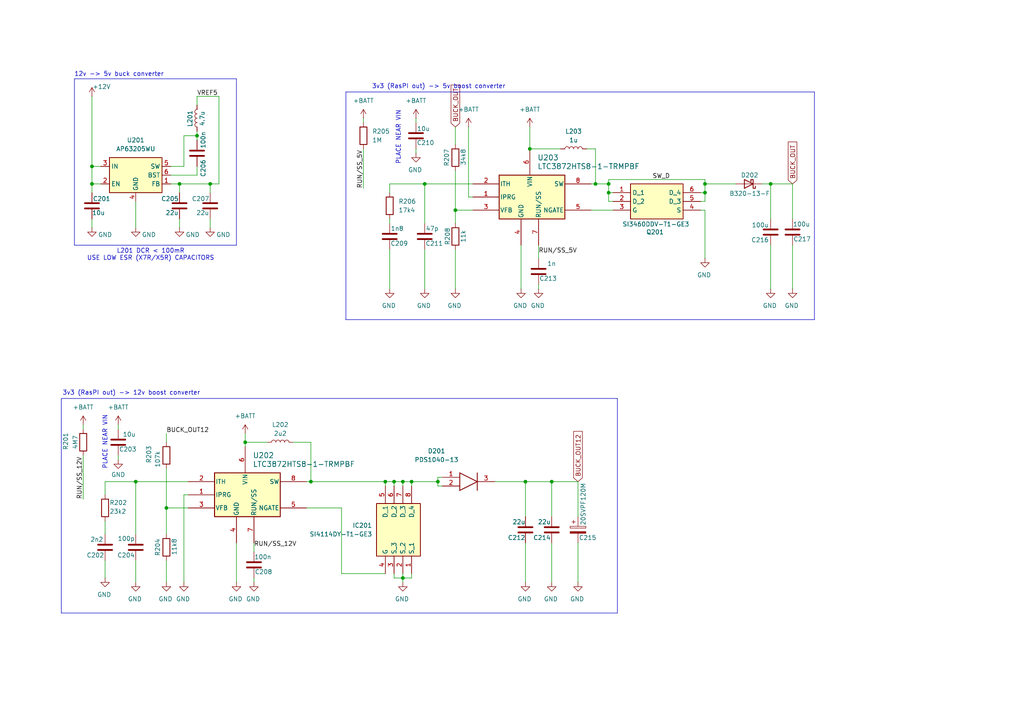
<source format=kicad_sch>
(kicad_sch (version 20231120) (generator "eeschema") (generator_version "8.0")
  (paper "A4")
  (lib_symbols
    (symbol "+12V_1" (power) (pin_numbers hide) (pin_names (offset 0) hide)
      (property "Value" "+12V" (at 0 3.556 0))
      (symbol "+12V_1_0_1"
        (polyline (pts (xy -0.762 1.27) (xy 0 2.54)))
        (polyline (pts (xy 0 0) (xy 0 2.54)))
        (polyline (pts (xy 0 2.54) (xy 0.762 1.27)))
      )
      (symbol "+12V_1_1_1"
        (pin power_in line (at 0 0 90) (length 0) (name "~") (number "1"))
      )
    )
    (symbol "Device:C" (pin_numbers hide) (pin_names (offset 0.254))
      (property "Reference" "C" (at 0.635 2.54 0))
      (property "Value" "C" (at 0.635 -2.54 0))
      (symbol "C_0_1"
        (polyline (pts (xy -2.032 -0.762) (xy 2.032 -0.762)) (stroke (width 0.508)))
        (polyline (pts (xy -2.032 0.762) (xy 2.032 0.762)) (stroke (width 0.508)))
      )
      (symbol "C_1_1"
        (pin passive line (at 0 3.81 270) (length 2.794) (name "~") (number "1"))
        (pin passive line (at 0 -3.81 90) (length 2.794) (name "~") (number "2"))
      )
    )
    (symbol "Device:C_Polarized" (pin_numbers hide) (pin_names (offset 0.254))
      (property "Reference" "C" (at 0.635 2.54 0))
      (property "Value" "C_Polarized" (at 0.635 -2.54 0))
      (symbol "C_Polarized_0_1"
        (rectangle (start -2.286 0.508) (end 2.286 1.016))
        (polyline (pts (xy -1.778 2.286) (xy -0.762 2.286)))
        (polyline (pts (xy -1.27 2.794) (xy -1.27 1.778)))
        (rectangle (start 2.286 -0.508) (end -2.286 -1.016) (fill (type outline)))
      )
      (symbol "C_Polarized_1_1"
        (pin passive line (at 0 3.81 270) (length 2.794) (name "~") (number "1"))
        (pin passive line (at 0 -3.81 90) (length 2.794) (name "~") (number "2"))
      )
    )
    (symbol "Device:D_Schottky" (pin_numbers hide) (pin_names (offset 1.016) hide)
      (property "Reference" "D" (at 0 2.54 0))
      (property "Value" "D_Schottky" (at 0 -2.54 0))
      (symbol "D_Schottky_0_1"
        (polyline (pts (xy 1.27 0) (xy -1.27 0)))
        (polyline (pts (xy 1.27 1.27) (xy 1.27 -1.27) (xy -1.27 0) (xy 1.27 1.27)) (stroke (width 0.254)))
        (polyline (pts (xy -1.905 0.635) (xy -1.905 1.27) (xy -1.27 1.27) (xy -1.27 -1.27) (xy -0.635 -1.27) (xy -0.635 -0.635)) (stroke (width 0.254)))
      )
      (symbol "D_Schottky_1_1"
        (pin passive line (at -3.81 0 0) (length 2.54) (name "K") (number "1"))
        (pin passive line (at 3.81 0 180) (length 2.54) (name "A") (number "2"))
      )
    )
    (symbol "Device:L" (pin_numbers hide) (pin_names (offset 1.016) hide)
      (property "Reference" "L" (at -1.27 0 90))
      (property "Value" "L" (at 1.905 0 90))
      (symbol "L_0_1"
        (arc (start 0 -2.54) (mid 0.6323 -1.905) (end 0 -1.27))
        (arc (start 0 -1.27) (mid 0.6323 -0.635) (end 0 0))
        (arc (start 0 0) (mid 0.6323 0.635) (end 0 1.27))
        (arc (start 0 1.27) (mid 0.6323 1.905) (end 0 2.54))
      )
      (symbol "L_1_1"
        (pin passive line (at 0 3.81 270) (length 1.27) (name "1") (number "1"))
        (pin passive line (at 0 -3.81 90) (length 1.27) (name "2") (number "2"))
      )
    )
    (symbol "Device:R" (pin_numbers hide) (pin_names (offset 0))
      (property "Reference" "R" (at 2.032 0 90))
      (property "Value" "R" (at 0 0 90))
      (symbol "R_0_1"
        (rectangle (start -1.016 -2.54) (end 1.016 2.54) (stroke (width 0.254)))
      )
      (symbol "R_1_1"
        (pin passive line (at 0 3.81 270) (length 1.27) (name "~") (number "1"))
        (pin passive line (at 0 -3.81 90) (length 1.27) (name "~") (number "2"))
      )
    )
    (symbol "GND_1" (power) (pin_numbers hide) (pin_names (offset 0) hide)
      (property "Value" "GND" (at 0 -3.81 0))
      (symbol "GND_1_0_1"
        (polyline (pts (xy 0 0) (xy 0 -1.27) (xy 1.27 -1.27) (xy 0 -2.54) (xy -1.27 -1.27) (xy 0 -1.27)))
      )
      (symbol "GND_1_1_1"
        (pin power_in line (at 0 0 270) (length 0) (name "~") (number "1"))
      )
    )
    (symbol "LTC3872HTS8-1-TRMPBF_1" (pin_names (offset 0.254))
      (property "Reference" "U" (at 2.286 -18.796 0))
      (property "Value" "LTC3872HTS8-1-TRMPBF" (at 2.286 -21.336 0))
      (symbol "LTC3872HTS8-1-TRMPBF_1_0_1"
        (pin input line (at 3.81 -34.29 0) (length 7.62) (name "VFB") (number "3"))
        (pin power_out line (at 17.78 -44.45 90) (length 7.62) (name "GND") (number "4"))
        (pin power_in line (at 20.32 -16.51 270) (length 7.62) (name "VIN") (number "6"))
      )
      (symbol "LTC3872HTS8-1-TRMPBF_1_1_1"
        (rectangle (start 11.43 -24.13) (end 30.48 -36.83) (stroke (width 0.3)) (fill (type color) (color 255 255 194 1)))
        (pin input line (at 3.81 -30.48 0) (length 7.62) (name "IPRG") (number "1"))
        (pin input line (at 3.81 -26.67 0) (length 7.62) (name "ITH") (number "2"))
        (pin output line (at 38.1 -34.29 180) (length 7.62) (name "NGATE") (number "5"))
        (pin input line (at 22.86 -44.45 90) (length 7.62) (name "RUN/SS") (number "7"))
        (pin output line (at 38.1 -26.67 180) (length 7.62) (name "SW") (number "8"))
      )
    )
    (symbol "LTC3872HTS8-1-TRMPBF_2" (pin_names (offset 0.254))
      (property "Reference" "U" (at 2.286 -18.796 0))
      (property "Value" "LTC3872HTS8-1-TRMPBF" (at 2.286 -21.336 0))
      (symbol "LTC3872HTS8-1-TRMPBF_2_0_1"
        (pin input line (at 3.81 -34.29 0) (length 7.62) (name "VFB") (number "3"))
        (pin power_out line (at 17.78 -44.45 90) (length 7.62) (name "GND") (number "4"))
        (pin power_in line (at 20.32 -16.51 270) (length 7.62) (name "VIN") (number "6"))
      )
      (symbol "LTC3872HTS8-1-TRMPBF_2_1_1"
        (rectangle (start 11.43 -24.13) (end 30.48 -36.83) (stroke (width 0.3)) (fill (type color) (color 255 255 194 1)))
        (pin input line (at 3.81 -30.48 0) (length 7.62) (name "IPRG") (number "1"))
        (pin input line (at 3.81 -26.67 0) (length 7.62) (name "ITH") (number "2"))
        (pin output line (at 38.1 -34.29 180) (length 7.62) (name "NGATE") (number "5"))
        (pin input line (at 22.86 -44.45 90) (length 7.62) (name "RUN/SS") (number "7"))
        (pin output line (at 38.1 -26.67 180) (length 7.62) (name "SW") (number "8"))
      )
    )
    (symbol "PDS1040-13:PDS1040-13" (pin_names hide)
      (property "Reference" "D203" (at 17.399 10.16 0))
      (property "Value" "PDS1040-13" (at 17.399 7.62 0))
      (symbol "PDS1040-13_1_1"
        (polyline (pts (xy 24.13 3.81) (xy 24.13 -1.27)) (stroke (width 0.254)))
        (polyline (pts (xy 24.13 3.81) (xy 29.21 1.27)) (stroke (width 0.254)))
        (polyline (pts (xy 29.21 1.27) (xy 24.13 -1.27)) (stroke (width 0.254)))
        (polyline (pts (xy 29.21 3.81) (xy 29.21 -1.27)) (stroke (width 0.254)))
        (pin passive line (at 19.05 2.54 0) (length 5.08) (name "A1") (number "1"))
        (pin passive line (at 19.05 0 0) (length 5.08) (name "A2") (number "2"))
        (pin passive line (at 34.29 1.27 180) (length 5.08) (name "K") (number "3"))
      )
    )
    (symbol "Regulator_Switching:AP63205WU"
      (property "Reference" "U" (at -7.62 6.35 0))
      (property "Value" "AP63205WU" (at 2.54 6.35 0))
      (symbol "AP63205WU_0_1"
        (rectangle (start -7.62 5.08) (end 7.62 -5.08) (stroke (width 0.254)) (fill (type background)))
      )
      (symbol "AP63205WU_1_1"
        (pin input line (at 10.16 -2.54 180) (length 2.54) (name "FB") (number "1"))
        (pin input line (at -10.16 -2.54 0) (length 2.54) (name "EN") (number "2"))
        (pin power_in line (at -10.16 2.54 0) (length 2.54) (name "IN") (number "3"))
        (pin power_in line (at 0 -7.62 90) (length 2.54) (name "GND") (number "4"))
        (pin output line (at 10.16 2.54 180) (length 2.54) (name "SW") (number "5"))
        (pin passive line (at 10.16 0 180) (length 2.54) (name "BST") (number "6"))
      )
    )
    (symbol "SI3460DDV-T1-GE3:SI3460DDV-T1-GE3"
      (property "Reference" "Q" (at 21.59 7.62 0))
      (property "Value" "SI3460DDV-T1-GE3" (at 21.59 5.08 0))
      (symbol "SI3460DDV-T1-GE3_1_1"
        (rectangle (start 5.08 2.54) (end 20.32 -7.62) (stroke (width 0.254)) (fill (type background)))
        (pin passive line (at 0 0 0) (length 5.08) (name "D_1") (number "1"))
        (pin passive line (at 0 -2.54 0) (length 5.08) (name "D_2") (number "2"))
        (pin passive line (at 0 -5.08 0) (length 5.08) (name "G") (number "3"))
        (pin passive line (at 25.4 -5.08 180) (length 5.08) (name "S") (number "4"))
        (pin passive line (at 25.4 -2.54 180) (length 5.08) (name "D_3") (number "5"))
        (pin passive line (at 25.4 0 180) (length 5.08) (name "D_4") (number "6"))
      )
    )
    (symbol "SI4114DY-T1-GE3:SI4114DY-T1-GE3"
      (property "Reference" "IC" (at 21.59 7.62 0))
      (property "Value" "SI4114DY-T1-GE3" (at 21.59 5.08 0))
      (symbol "SI4114DY-T1-GE3_1_1"
        (rectangle (start 5.08 2.54) (end 20.32 -10.16) (stroke (width 0.254)) (fill (type background)))
        (pin passive line (at 0 0 0) (length 5.08) (name "S_1") (number "1"))
        (pin passive line (at 0 -2.54 0) (length 5.08) (name "S_2") (number "2"))
        (pin passive line (at 0 -5.08 0) (length 5.08) (name "S_3") (number "3"))
        (pin passive line (at 0 -7.62 0) (length 5.08) (name "G") (number "4"))
        (pin passive line (at 25.4 -7.62 180) (length 5.08) (name "D_1") (number "5"))
        (pin passive line (at 25.4 -5.08 180) (length 5.08) (name "D_2") (number "6"))
        (pin passive line (at 25.4 -2.54 180) (length 5.08) (name "D_3") (number "7"))
        (pin passive line (at 25.4 0 180) (length 5.08) (name "D_4") (number "8"))
      )
    )
    (symbol "power:+BATT" (power) (pin_numbers hide) (pin_names (offset 0) hide)
      (property "Value" "+BATT" (at 0 3.556 0))
      (symbol "+BATT_0_1"
        (polyline (pts (xy -0.762 1.27) (xy 0 2.54)))
        (polyline (pts (xy 0 0) (xy 0 2.54)))
        (polyline (pts (xy 0 2.54) (xy 0.762 1.27)))
      )
      (symbol "+BATT_1_1"
        (pin power_in line (at 0 0 90) (length 0) (name "~") (number "1"))
      )
    )
  )
  (junction (at 152.4 139.7))
  (junction (at 26.67 48.26))
  (junction (at 39.37 139.7))
  (junction (at 52.07 53.34))
  (junction (at 204.47 53.34))
  (junction (at 204.47 55.88))
  (junction (at 127 139.7))
  (junction (at 119.38 139.7))
  (junction (at 60.96 53.34))
  (junction (at 160.02 139.7))
  (junction (at 132.08 60.96))
  (junction (at 57.15 39.37))
  (junction (at 114.3 139.7))
  (junction (at 172.72 53.34))
  (junction (at 176.53 53.34))
  (junction (at 26.67 53.34))
  (junction (at 176.53 55.88))
  (junction (at 153.67 43.18))
  (junction (at 111.76 139.7))
  (junction (at 123.19 53.34))
  (junction (at 223.52 53.34))
  (junction (at 116.84 139.7))
  (junction (at 48.26 147.32))
  (junction (at 71.12 128.27))
  (junction (at 90.17 139.7))
  (junction (at 116.84 167.64))
  (wire (pts (xy 119.38 139.7) (xy 127 139.7)))
  (wire (pts (xy 223.52 71.12) (xy 223.52 83.82)))
  (wire (pts (xy 152.4 139.7) (xy 160.02 139.7)))
  (polyline (pts (xy 68.58 71.12) (xy 68.58 22.86)))
  (wire (pts (xy 99.06 166.37) (xy 99.06 147.32)))
  (wire (pts (xy 63.5 27.94) (xy 63.5 53.34)))
  (wire (pts (xy 53.34 143.51) (xy 54.61 143.51)))
  (wire (pts (xy 111.76 139.7) (xy 114.3 139.7)))
  (polyline (pts (xy 21.59 22.86) (xy 21.59 71.12)))
  (wire (pts (xy 111.76 139.7) (xy 111.76 140.97)))
  (wire (pts (xy 176.53 58.42) (xy 176.53 55.88)))
  (wire (pts (xy 88.9 147.32) (xy 99.06 147.32)))
  (wire (pts (xy 57.15 27.94) (xy 57.15 30.48)))
  (polyline (pts (xy 100.33 26.67) (xy 236.22 26.67)))
  (wire (pts (xy 156.21 71.12) (xy 156.21 74.93)))
  (wire (pts (xy 176.53 52.07) (xy 204.47 52.07)))
  (wire (pts (xy 223.52 53.34) (xy 229.87 53.34)))
  (wire (pts (xy 116.84 167.64) (xy 116.84 168.91)))
  (wire (pts (xy 203.2 58.42) (xy 204.47 58.42)))
  (wire (pts (xy 153.67 43.18) (xy 162.56 43.18)))
  (wire (pts (xy 39.37 58.42) (xy 39.37 66.04)))
  (wire (pts (xy 127 139.7) (xy 127 140.97)))
  (wire (pts (xy 152.4 157.48) (xy 152.4 168.91)))
  (wire (pts (xy 177.8 58.42) (xy 176.53 58.42)))
  (wire (pts (xy 204.47 60.96) (xy 203.2 60.96)))
  (wire (pts (xy 123.19 53.34) (xy 137.16 53.34)))
  (wire (pts (xy 88.9 139.7) (xy 90.17 139.7)))
  (wire (pts (xy 39.37 162.56) (xy 39.37 168.91)))
  (wire (pts (xy 123.19 53.34) (xy 123.19 64.77)))
  (wire (pts (xy 160.02 157.48) (xy 160.02 168.91)))
  (wire (pts (xy 176.53 53.34) (xy 176.53 55.88)))
  (wire (pts (xy 172.72 43.18) (xy 172.72 53.34)))
  (wire (pts (xy 132.08 36.83) (xy 132.08 41.91)))
  (wire (pts (xy 156.21 82.55) (xy 156.21 83.82)))
  (wire (pts (xy 160.02 139.7) (xy 167.64 139.7)))
  (wire (pts (xy 57.15 48.26) (xy 57.15 50.8)))
  (wire (pts (xy 132.08 60.96) (xy 137.16 60.96)))
  (wire (pts (xy 114.3 139.7) (xy 114.3 140.97)))
  (wire (pts (xy 113.03 63.5) (xy 113.03 64.77)))
  (wire (pts (xy 49.53 48.26) (xy 53.34 48.26)))
  (wire (pts (xy 114.3 139.7) (xy 116.84 139.7)))
  (wire (pts (xy 57.15 39.37) (xy 57.15 40.64)))
  (wire (pts (xy 71.12 125.73) (xy 71.12 128.27)))
  (wire (pts (xy 63.5 53.34) (xy 60.96 53.34)))
  (wire (pts (xy 52.07 53.34) (xy 60.96 53.34)))
  (polyline (pts (xy 179.07 177.8) (xy 179.07 115.57)))
  (wire (pts (xy 30.48 162.56) (xy 30.48 167.64)))
  (wire (pts (xy 34.29 123.19) (xy 34.29 124.46)))
  (wire (pts (xy 26.67 53.34) (xy 26.67 48.26)))
  (wire (pts (xy 123.19 72.39) (xy 123.19 83.82)))
  (wire (pts (xy 204.47 74.93) (xy 204.47 60.96)))
  (wire (pts (xy 120.65 34.29) (xy 120.65 35.56)))
  (wire (pts (xy 204.47 53.34) (xy 204.47 55.88)))
  (wire (pts (xy 116.84 167.64) (xy 114.3 167.64)))
  (wire (pts (xy 71.12 128.27) (xy 71.12 129.54)))
  (wire (pts (xy 167.64 139.7) (xy 167.64 149.86)))
  (wire (pts (xy 60.96 53.34) (xy 60.96 55.88)))
  (wire (pts (xy 26.67 48.26) (xy 29.21 48.26)))
  (wire (pts (xy 132.08 49.53) (xy 132.08 60.96)))
  (wire (pts (xy 105.41 34.29) (xy 105.41 35.56)))
  (polyline (pts (xy 17.78 115.57) (xy 179.07 115.57)))
  (wire (pts (xy 172.72 53.34) (xy 176.53 53.34)))
  (wire (pts (xy 116.84 166.37) (xy 116.84 167.64)))
  (wire (pts (xy 24.13 132.08) (xy 24.13 144.78)))
  (wire (pts (xy 49.53 50.8) (xy 57.15 50.8)))
  (wire (pts (xy 53.34 39.37) (xy 53.34 48.26)))
  (wire (pts (xy 127 139.7) (xy 127 138.43)))
  (wire (pts (xy 57.15 38.1) (xy 57.15 39.37)))
  (wire (pts (xy 111.76 166.37) (xy 99.06 166.37)))
  (wire (pts (xy 90.17 128.27) (xy 90.17 139.7)))
  (wire (pts (xy 30.48 151.13) (xy 30.48 154.94)))
  (wire (pts (xy 119.38 167.64) (xy 119.38 166.37)))
  (wire (pts (xy 229.87 53.34) (xy 229.87 63.5)))
  (wire (pts (xy 113.03 72.39) (xy 113.03 83.82)))
  (wire (pts (xy 153.67 36.83) (xy 153.67 43.18)))
  (polyline (pts (xy 236.22 92.71) (xy 236.22 26.67)))
  (wire (pts (xy 135.89 57.15) (xy 137.16 57.15)))
  (polyline (pts (xy 100.33 92.71) (xy 236.22 92.71)))
  (wire (pts (xy 113.03 55.88) (xy 113.03 53.34)))
  (wire (pts (xy 204.47 52.07) (xy 204.47 53.34)))
  (wire (pts (xy 152.4 139.7) (xy 152.4 149.86)))
  (wire (pts (xy 48.26 162.56) (xy 48.26 168.91)))
  (wire (pts (xy 116.84 139.7) (xy 116.84 140.97)))
  (wire (pts (xy 26.67 63.5) (xy 26.67 66.04)))
  (wire (pts (xy 120.65 44.45) (xy 120.65 43.18)))
  (wire (pts (xy 119.38 139.7) (xy 119.38 140.97)))
  (wire (pts (xy 170.18 43.18) (xy 172.72 43.18)))
  (wire (pts (xy 114.3 167.64) (xy 114.3 166.37)))
  (wire (pts (xy 105.41 43.18) (xy 105.41 54.61)))
  (wire (pts (xy 229.87 71.12) (xy 229.87 83.82)))
  (wire (pts (xy 52.07 53.34) (xy 52.07 55.88)))
  (wire (pts (xy 53.34 39.37) (xy 57.15 39.37)))
  (wire (pts (xy 48.26 154.94) (xy 48.26 147.32)))
  (wire (pts (xy 49.53 53.34) (xy 52.07 53.34)))
  (wire (pts (xy 204.47 53.34) (xy 213.36 53.34)))
  (polyline (pts (xy 100.33 26.67) (xy 100.33 92.71)))
  (wire (pts (xy 68.58 157.48) (xy 68.58 168.91)))
  (wire (pts (xy 116.84 139.7) (xy 119.38 139.7)))
  (wire (pts (xy 30.48 143.51) (xy 30.48 139.7)))
  (wire (pts (xy 176.53 55.88) (xy 177.8 55.88)))
  (wire (pts (xy 34.29 133.35) (xy 34.29 132.08)))
  (wire (pts (xy 53.34 143.51) (xy 53.34 168.91)))
  (wire (pts (xy 48.26 147.32) (xy 54.61 147.32)))
  (wire (pts (xy 204.47 58.42) (xy 204.47 55.88)))
  (wire (pts (xy 73.66 167.64) (xy 73.66 168.91)))
  (wire (pts (xy 116.84 167.64) (xy 119.38 167.64)))
  (wire (pts (xy 30.48 139.7) (xy 39.37 139.7)))
  (polyline (pts (xy 17.78 115.57) (xy 17.78 177.8)))
  (wire (pts (xy 167.64 157.48) (xy 167.64 168.91)))
  (wire (pts (xy 57.15 27.94) (xy 63.5 27.94)))
  (wire (pts (xy 48.26 125.73) (xy 48.26 128.27)))
  (wire (pts (xy 71.12 128.27) (xy 77.47 128.27)))
  (wire (pts (xy 26.67 27.94) (xy 26.67 48.26)))
  (wire (pts (xy 171.45 53.34) (xy 172.72 53.34)))
  (wire (pts (xy 151.13 71.12) (xy 151.13 83.82)))
  (wire (pts (xy 113.03 53.34) (xy 123.19 53.34)))
  (wire (pts (xy 171.45 60.96) (xy 177.8 60.96)))
  (wire (pts (xy 48.26 135.89) (xy 48.26 147.32)))
  (wire (pts (xy 220.98 53.34) (xy 223.52 53.34)))
  (wire (pts (xy 132.08 60.96) (xy 132.08 64.77)))
  (wire (pts (xy 24.13 123.19) (xy 24.13 124.46)))
  (polyline (pts (xy 21.59 71.12) (xy 68.58 71.12)))
  (wire (pts (xy 52.07 63.5) (xy 52.07 66.04)))
  (wire (pts (xy 135.89 36.83) (xy 135.89 57.15)))
  (wire (pts (xy 60.96 63.5) (xy 60.96 66.04)))
  (wire (pts (xy 39.37 139.7) (xy 54.61 139.7)))
  (wire (pts (xy 26.67 53.34) (xy 29.21 53.34)))
  (wire (pts (xy 85.09 128.27) (xy 90.17 128.27)))
  (wire (pts (xy 176.53 52.07) (xy 176.53 53.34)))
  (wire (pts (xy 73.66 157.48) (xy 73.66 160.02)))
  (wire (pts (xy 39.37 139.7) (xy 39.37 154.94)))
  (polyline (pts (xy 17.78 177.8) (xy 179.07 177.8)))
  (wire (pts (xy 204.47 55.88) (xy 203.2 55.88)))
  (polyline (pts (xy 21.59 22.86) (xy 68.58 22.86)))
  (wire (pts (xy 90.17 139.7) (xy 111.76 139.7)))
  (wire (pts (xy 127 138.43) (xy 128.27 138.43)))
  (wire (pts (xy 143.51 139.7) (xy 152.4 139.7)))
  (wire (pts (xy 132.08 72.39) (xy 132.08 83.82)))
  (wire (pts (xy 127 140.97) (xy 128.27 140.97)))
  (wire (pts (xy 26.67 55.88) (xy 26.67 53.34)))
  (wire (pts (xy 160.02 139.7) (xy 160.02 149.86)))
  (wire (pts (xy 223.52 53.34) (xy 223.52 63.5)))
  (text "12v -> 5v buck converter" (at 34.544 21.59 0) (effects (font (size 1.27 1.27))))
  (text "PLACE NEAR VIN" (at 30.48 128.27 90) (effects (font (size 1.27 1.27))))
  (text "3v3 (RasPI out) -> 5v boost converter" (at 127.254 25.146 0) (effects (font (size 1.27 1.27))))
  (text "PLACE NEAR VIN" (at 115.57 39.878 90) (effects (font (size 1.27 1.27))))
  (text "L201 DCR < 100mR\nUSE LOW ESR (X7R/X5R) CAPACITORS" (at 43.688 73.914 0) (effects (font (size 1.27 1.27))))
  (text "3v3 (RasPI out) -> 12v boost converter" (at 38.1 114.046 0) (effects (font (size 1.27 1.27))))
  (label "VREF5" (at 57.15 27.94 0))
  (label "RUN{slash}SS_5V" (at 105.41 54.61 90))
  (label "RUN{slash}SS_12V" (at 73.66 158.75 0))
  (label "RUN{slash}SS_12V" (at 24.13 144.78 90))
  (label "BUCK_OUT12" (at 48.26 125.73 0))
  (label "RUN{slash}SS_5V" (at 156.21 73.66 0))
  (label "SW_D" (at 189.23 52.07 0))
  (global_label "BUCK_OUT12" (shape input) (at 167.64 139.7 90) (property "Intersheetrefs" "${INTERSHEET_REFS}" (effects (hide yes))))
  (global_label "BUCK_OUT" (shape input) (at 132.08 36.83 90) (property "Intersheetrefs" "${INTERSHEET_REFS}" (effects (hide yes))))
  (global_label "BUCK_OUT" (shape input) (at 229.87 53.34 90) (property "Intersheetrefs" "${INTERSHEET_REFS}" (effects (hide yes))))
  (symbol (lib_id "power:+BATT") (at 105.41 34.29 0) (unit 1)
    (property "Reference" "#PWR0216" (effects (hide yes)))
    (property "Value" "+BATT" (at 105.41 29.21 0))
    (property "Description" "Power symbol creates a global label with name \"+BATT\"" (effects (hide yes)))
  )
  (symbol (lib_name "GND_1") (lib_id "power:GND") (at 132.08 83.82 0) (unit 1)
    (property "Reference" "#PWR0222" (effects (hide yes)))
    (property "Value" "GND" (at 131.826 88.646 0))
    (property "Description" "Power symbol creates a global label with name \"GND\" , ground" (effects (hide yes)))
  )
  (symbol (lib_id "Device:C") (at 73.66 163.83 0) (unit 1)
    (property "Reference" "C208" (at 78.994 165.862 0) (effects (justify right)))
    (property "Value" "100n" (at 78.74 161.544 0) (effects (justify right)))
    (property "Footprint" "Capacitor_SMD:C_0805_2012Metric" (effects (hide yes)))
    (property "Description" "100n X7R 25V 0402" (effects (hide yes)))
    (property "Generic" "Yes" (effects (hide yes)))
    (property "Supplier link" "~ " (effects (hide yes)))
  )
  (symbol (lib_name "GND_1") (lib_id "power:GND") (at 156.21 83.82 0) (unit 1)
    (property "Reference" "#PWR0227" (effects (hide yes)))
    (property "Value" "GND" (at 155.956 88.646 0))
    (property "Description" "Power symbol creates a global label with name \"GND\" , ground" (effects (hide yes)))
  )
  (symbol (lib_id "Device:R") (at 24.13 128.27 180) (unit 1)
    (property "Reference" "R201" (at 19.05 130.556 90) (effects (justify right)))
    (property "Value" "4M7" (at 21.844 130.302 90) (effects (justify right)))
    (property "Footprint" "Resistor_SMD:R_0805_2012Metric" (effects (hide yes)))
    (property "Description" "10K OHM 1% 1/16W 0402" (effects (hide yes)))
    (property "Supplier link" "~ " (effects (hide yes)))
    (property "Generic" "Yes" (effects (hide yes)))
    (property "Manufacturer_Name" "~ " (effects (hide yes)))
    (property "Manufacturer_Part_Number" "~ " (effects (hide yes)))
  )
  (symbol (lib_id "Regulator_Switching:AP63205WU") (at 39.37 50.8 0) (unit 1)
    (property "Reference" "U201" (at 39.37 40.64 0))
    (property "Value" "AP63205WU" (at 39.37 43.18 0))
    (property "Footprint" "Package_TO_SOT_SMD:TSOT-23-6" (effects (hide yes)))
    (property "Datasheet" "https://www.diodes.com/assets/Datasheets/AP63200-AP63201-AP63203-AP63205.pdf" (effects (hide yes)))
    (property "Description" "2A, 1.1MHz Buck DC/DC Converter, fixed 5.0V output voltage, TSOT-23-6" (effects (hide yes)))
  )
  (symbol (lib_id "Device:C") (at 30.48 158.75 0) (unit 1)
    (property "Reference" "C202" (at 30.226 161.036 0) (effects (justify right)))
    (property "Value" "2n2" (at 29.972 156.464 0) (effects (justify right)))
    (property "Footprint" "Capacitor_SMD:C_0805_2012Metric" (effects (hide yes)))
    (property "Description" "100n X7R 25V 0402" (effects (hide yes)))
    (property "Generic" "Yes" (effects (hide yes)))
    (property "Supplier link" "~ " (effects (hide yes)))
  )
  (symbol (lib_name "GND_1") (lib_id "power:GND") (at 30.48 167.64 0) (unit 1)
    (property "Reference" "#PWR0204" (effects (hide yes)))
    (property "Value" "GND" (at 30.226 172.466 0))
    (property "Description" "Power symbol creates a global label with name \"GND\" , ground" (effects (hide yes)))
  )
  (symbol (lib_id "Device:C") (at 223.52 67.31 0) (unit 1)
    (property "Reference" "C216" (at 223.012 69.596 0) (effects (justify right)))
    (property "Value" "100u" (at 223.012 65.278 0) (effects (justify right)))
    (property "Footprint" "Capacitor_SMD:C_0805_2012Metric" (effects (hide yes)))
    (property "Description" "100n X7R 25V 0402" (effects (hide yes)))
    (property "Generic" "Yes" (effects (hide yes)))
    (property "Supplier link" "~ " (effects (hide yes)))
  )
  (symbol (lib_id "power:+BATT") (at 135.89 36.83 0) (unit 1)
    (property "Reference" "#PWR0223" (effects (hide yes)))
    (property "Value" "+BATT" (at 135.89 31.75 0))
    (property "Description" "Power symbol creates a global label with name \"+BATT\"" (effects (hide yes)))
  )
  (symbol (lib_name "GND_1") (lib_id "power:GND") (at 116.84 168.91 0) (unit 1)
    (property "Reference" "#PWR0218" (effects (hide yes)))
    (property "Value" "GND" (at 116.586 173.736 0))
    (property "Description" "Power symbol creates a global label with name \"GND\" , ground" (effects (hide yes)))
  )
  (symbol (lib_name "GND_1") (lib_id "power:GND") (at 204.47 74.93 0) (unit 1)
    (property "Reference" "#PWR0230" (effects (hide yes)))
    (property "Value" "GND" (at 204.216 79.756 0))
    (property "Description" "Power symbol creates a global label with name \"GND\" , ground" (effects (hide yes)))
  )
  (symbol (lib_id "Device:C") (at 26.67 59.69 180) (unit 1)
    (property "Reference" "C201" (at 26.924 57.658 0) (effects (justify right)))
    (property "Value" "10u" (at 26.67 61.722 0) (effects (justify right)))
    (property "Footprint" "Capacitor_SMD:C_0805_2012Metric" (effects (hide yes)))
    (property "Description" "100n X7R 25V 0402" (effects (hide yes)))
    (property "Generic" "Yes" (effects (hide yes)))
    (property "Supplier link" "~ " (effects (hide yes)))
  )
  (symbol (lib_id "Device:C") (at 156.21 78.74 0) (unit 1)
    (property "Reference" "C213" (at 161.544 80.772 0) (effects (justify right)))
    (property "Value" "1n" (at 161.29 76.454 0) (effects (justify right)))
    (property "Footprint" "Capacitor_SMD:C_0805_2012Metric" (effects (hide yes)))
    (property "Description" "100n X7R 25V 0402" (effects (hide yes)))
    (property "Generic" "Yes" (effects (hide yes)))
    (property "Supplier link" "~ " (effects (hide yes)))
  )
  (symbol (lib_id "SI3460DDV-T1-GE3:SI3460DDV-T1-GE3") (at 177.8 55.88 0) (unit 1)
    (property "Reference" "Q201" (at 189.992 67.31 0))
    (property "Value" "SI3460DDV-T1-GE3" (at 190.246 65.024 0))
    (property "Footprint" "Package_SO:TSOP-6_1.65x3.05mm_P0.95mm" (effects (hide yes)))
    (property "Datasheet" "https://www.vishay.com/docs/66572/SI3460DD.pdf" (effects (hide yes)))
    (property "Description" "Vishay SI3460DDV-T1-GE3 N-channel MOSFET Transistor, 7.9 A, 20 V, 6-Pin TSOP" (effects (hide yes)))
    (property "Height" "1.1" (effects (hide yes)))
    (property "Mouser Part Number" "781-SI3460DDV-T1-GE3" (effects (hide yes)))
    (property "Mouser Price/Stock" "https://www.mouser.co.uk/ProductDetail/Vishay-Semiconductors/SI3460DDV-T1-GE3?qs=WX95TUc1y563k6nEQeunhA%3D%3D" (effects (hide yes)))
    (property "Manufacturer_Name" "Vishay" (effects (hide yes)))
    (property "Manufacturer_Part_Number" "SI3460DDV-T1-GE3" (effects (hide yes)))
  )
  (symbol (lib_id "Device:R") (at 105.41 39.37 180) (unit 1)
    (property "Reference" "R205" (at 107.95 38.0999 0) (effects (justify right)))
    (property "Value" "1M" (at 107.95 40.6399 0) (effects (justify right)))
    (property "Footprint" "Resistor_SMD:R_0805_2012Metric" (effects (hide yes)))
    (property "Description" "10K OHM 1% 1/16W 0402" (effects (hide yes)))
    (property "Supplier link" "~ " (effects (hide yes)))
    (property "Generic" "Yes" (effects (hide yes)))
    (property "Manufacturer_Name" "~ " (effects (hide yes)))
    (property "Manufacturer_Part_Number" "~ " (effects (hide yes)))
  )
  (symbol (lib_name "LTC3872HTS8-1-TRMPBF_1") (lib_id "2024-10-10_11-09-34:LTC3872HTS8-1-TRMPBF") (at 50.8 113.03 0) (unit 1)
    (property "Reference" "U202" (at 73.3141 132.08 0) (effects (font (size 1.524 1.524)) (justify left)))
    (property "Value" "LTC3872HTS8-1-TRMPBF" (at 73.3141 134.62 0) (effects (font (size 1.524 1.524)) (justify left)))
    (property "Footprint" "Package_TO_SOT_SMD:TSOT-23-8_HandSoldering" (effects (hide yes)))
    (property "Datasheet" "LTC3872HTS8-1-TRMPBF" (effects (hide yes)))
  )
  (symbol (lib_id "power:+BATT") (at 71.12 125.73 0) (unit 1)
    (property "Reference" "#PWR0214" (effects (hide yes)))
    (property "Value" "+BATT" (at 71.12 120.65 0))
    (property "Description" "Power symbol creates a global label with name \"+BATT\"" (effects (hide yes)))
  )
  (symbol (lib_name "GND_1") (lib_id "power:GND") (at 48.26 168.91 0) (unit 1)
    (property "Reference" "#PWR0209" (effects (hide yes)))
    (property "Value" "GND" (at 48.006 173.736 0))
    (property "Description" "Power symbol creates a global label with name \"GND\" , ground" (effects (hide yes)))
  )
  (symbol (lib_id "Device:C") (at 60.96 59.69 180) (unit 1)
    (property "Reference" "C207" (at 55.626 57.658 0) (effects (justify right)))
    (property "Value" "22u" (at 56.896 61.722 0) (effects (justify right)))
    (property "Footprint" "Capacitor_SMD:C_0805_2012Metric" (effects (hide yes)))
    (property "Description" "100n X7R 25V 0402" (effects (hide yes)))
    (property "Generic" "Yes" (effects (hide yes)))
    (property "Supplier link" "~ " (effects (hide yes)))
  )
  (symbol (lib_name "GND_1") (lib_id "power:GND") (at 53.34 168.91 0) (unit 1)
    (property "Reference" "#PWR0211" (effects (hide yes)))
    (property "Value" "GND" (at 53.086 173.736 0))
    (property "Description" "Power symbol creates a global label with name \"GND\" , ground" (effects (hide yes)))
  )
  (symbol (lib_name "GND_1") (lib_id "power:GND") (at 152.4 168.91 0) (unit 1)
    (property "Reference" "#PWR0225" (effects (hide yes)))
    (property "Value" "GND" (at 152.146 173.736 0))
    (property "Description" "Power symbol creates a global label with name \"GND\" , ground" (effects (hide yes)))
  )
  (symbol (lib_name "GND_1") (lib_id "power:GND") (at 167.64 168.91 0) (unit 1)
    (property "Reference" "#PWR0229" (effects (hide yes)))
    (property "Value" "GND" (at 167.386 173.736 0))
    (property "Description" "Power symbol creates a global label with name \"GND\" , ground" (effects (hide yes)))
  )
  (symbol (lib_name "GND_1") (lib_id "power:GND") (at 160.02 168.91 0) (unit 1)
    (property "Reference" "#PWR0228" (effects (hide yes)))
    (property "Value" "GND" (at 159.766 173.736 0))
    (property "Description" "Power symbol creates a global label with name \"GND\" , ground" (effects (hide yes)))
  )
  (symbol (lib_name "+12V_1") (lib_id "power:+12V") (at 26.67 27.94 0) (unit 1)
    (property "Reference" "#PWR0202" (effects (hide yes)))
    (property "Value" "+12V" (at 29.464 25.146 0))
    (property "Description" "Power symbol creates a global label with name \"+12V\"" (effects (hide yes)))
  )
  (symbol (lib_id "SI4114DY-T1-GE3:SI4114DY-T1-GE3") (at 119.38 166.37 270) (mirror x) (unit 1)
    (property "Reference" "IC201" (at 107.95 152.3999 90) (effects (justify right)))
    (property "Value" "SI4114DY-T1-GE3" (at 107.95 154.9399 90) (effects (justify right)))
    (property "Footprint" "Footprints:SOIC127P600X175-8N" (effects (hide yes)))
    (property "Datasheet" "https://www.vishay.com/docs/68394/si4114dy.pdf" (effects (hide yes)))
    (property "Description" "MOSFET 20V Vds 16V Vgs SO-8" (effects (hide yes)))
    (property "Height" "1.75" (effects (hide yes)))
    (property "Mouser Part Number" "781-SI4114DY-T1-GE3" (effects (hide yes)))
    (property "Mouser Price/Stock" "https://www.mouser.co.uk/ProductDetail/Vishay-Semiconductors/SI4114DY-T1-GE3?qs=IRuQNBqMOcnkGGhJN18fuQ%3D%3D" (effects (hide yes)))
    (property "Manufacturer_Name" "Vishay" (effects (hide yes)))
    (property "Manufacturer_Part_Number" "SI4114DY-T1-GE3" (effects (hide yes)))
  )
  (symbol (lib_name "GND_1") (lib_id "power:GND") (at 73.66 168.91 0) (unit 1)
    (property "Reference" "#PWR0215" (effects (hide yes)))
    (property "Value" "GND" (at 73.406 173.736 0))
    (property "Description" "Power symbol creates a global label with name \"GND\" , ground" (effects (hide yes)))
  )
  (symbol (lib_name "GND_1") (lib_id "power:GND") (at 120.65 44.45 0) (unit 1)
    (property "Reference" "#PWR0220" (effects (hide yes)))
    (property "Value" "GND" (at 120.396 49.276 0))
    (property "Description" "Power symbol creates a global label with name \"GND\" , ground" (effects (hide yes)))
  )
  (symbol (lib_name "GND_1") (lib_id "power:GND") (at 123.19 83.82 0) (unit 1)
    (property "Reference" "#PWR0221" (effects (hide yes)))
    (property "Value" "GND" (at 122.936 88.646 0))
    (property "Description" "Power symbol creates a global label with name \"GND\" , ground" (effects (hide yes)))
  )
  (symbol (lib_id "Device:C") (at 120.65 39.37 0) (unit 1)
    (property "Reference" "C210" (at 125.984 41.402 0) (effects (justify right)))
    (property "Value" "10u" (at 124.714 37.338 0) (effects (justify right)))
    (property "Footprint" "Capacitor_SMD:C_0805_2012Metric" (effects (hide yes)))
    (property "Description" "100n X7R 25V 0402" (effects (hide yes)))
    (property "Generic" "Yes" (effects (hide yes)))
    (property "Supplier link" "~ " (effects (hide yes)))
  )
  (symbol (lib_id "Device:R") (at 48.26 158.75 180) (unit 1)
    (property "Reference" "R204" (at 45.72 161.29 90) (effects (justify right)))
    (property "Value" "11k8" (at 50.546 161.036 90) (effects (justify right)))
    (property "Footprint" "Resistor_SMD:R_0805_2012Metric" (effects (hide yes)))
    (property "Description" "10K OHM 1% 1/16W 0402" (effects (hide yes)))
    (property "Supplier link" "~ " (effects (hide yes)))
    (property "Generic" "Yes" (effects (hide yes)))
    (property "Manufacturer_Name" "~ " (effects (hide yes)))
    (property "Manufacturer_Part_Number" "~ " (effects (hide yes)))
  )
  (symbol (lib_name "GND_1") (lib_id "power:GND") (at 113.03 83.82 0) (unit 1)
    (property "Reference" "#PWR0217" (effects (hide yes)))
    (property "Value" "GND" (at 112.776 88.646 0))
    (property "Description" "Power symbol creates a global label with name \"GND\" , ground" (effects (hide yes)))
  )
  (symbol (lib_id "Device:L") (at 166.37 43.18 90) (unit 1)
    (property "Reference" "L203" (at 166.37 38.1 90))
    (property "Value" "1u" (at 166.37 40.64 90))
    (property "Footprint" "Footprints:PA4341.102NLT" (effects (hide yes)))
    (property "Description" "Inductor" (effects (hide yes)))
  )
  (symbol (lib_name "GND_1") (lib_id "power:GND") (at 52.07 66.04 0) (unit 1)
    (property "Reference" "#PWR0210" (effects (hide yes)))
    (property "Value" "GND" (at 55.88 68.072 0))
    (property "Description" "Power symbol creates a global label with name \"GND\" , ground" (effects (hide yes)))
  )
  (symbol (lib_id "Device:C") (at 52.07 59.69 180) (unit 1)
    (property "Reference" "C205" (at 46.736 57.658 0) (effects (justify right)))
    (property "Value" "22u" (at 48.006 61.722 0) (effects (justify right)))
    (property "Footprint" "Capacitor_SMD:C_0805_2012Metric" (effects (hide yes)))
    (property "Description" "100n X7R 25V 0402" (effects (hide yes)))
    (property "Generic" "Yes" (effects (hide yes)))
    (property "Supplier link" "~ " (effects (hide yes)))
  )
  (symbol (lib_id "Device:R") (at 48.26 132.08 180) (unit 1)
    (property "Reference" "R203" (at 43.18 134.366 90) (effects (justify right)))
    (property "Value" "107k" (at 45.72 135.636 90) (effects (justify right)))
    (property "Footprint" "Resistor_SMD:R_0805_2012Metric" (effects (hide yes)))
    (property "Description" "10K OHM 1% 1/16W 0402" (effects (hide yes)))
    (property "Supplier link" "~ " (effects (hide yes)))
    (property "Generic" "Yes" (effects (hide yes)))
    (property "Manufacturer_Name" "~ " (effects (hide yes)))
    (property "Manufacturer_Part_Number" "~ " (effects (hide yes)))
  )
  (symbol (lib_name "GND_1") (lib_id "power:GND") (at 223.52 83.82 0) (unit 1)
    (property "Reference" "#PWR0231" (effects (hide yes)))
    (property "Value" "GND" (at 223.266 88.646 0))
    (property "Description" "Power symbol creates a global label with name \"GND\" , ground" (effects (hide yes)))
  )
  (symbol (lib_name "GND_1") (lib_id "power:GND") (at 39.37 66.04 0) (unit 1)
    (property "Reference" "#PWR0207" (effects (hide yes)))
    (property "Value" "GND" (at 43.18 68.072 0))
    (property "Description" "Power symbol creates a global label with name \"GND\" , ground" (effects (hide yes)))
  )
  (symbol (lib_id "Device:C") (at 229.87 67.31 0) (unit 1)
    (property "Reference" "C217" (at 235.204 69.342 0) (effects (justify right)))
    (property "Value" "100u" (at 234.95 65.024 0) (effects (justify right)))
    (property "Footprint" "Capacitor_SMD:C_0805_2012Metric" (effects (hide yes)))
    (property "Description" "100n X7R 25V 0402" (effects (hide yes)))
    (property "Generic" "Yes" (effects (hide yes)))
    (property "Supplier link" "~ " (effects (hide yes)))
  )
  (symbol (lib_id "Device:L") (at 81.28 128.27 90) (unit 1)
    (property "Reference" "L202" (at 81.28 123.19 90))
    (property "Value" "2u2" (at 81.28 125.73 90))
    (property "Footprint" "Footprints:DR125-2R2-R" (effects (hide yes)))
    (property "Description" "Inductor" (effects (hide yes)))
  )
  (symbol (lib_id "power:+BATT") (at 153.67 36.83 0) (unit 1)
    (property "Reference" "#PWR0226" (effects (hide yes)))
    (property "Value" "+BATT" (at 153.67 31.75 0))
    (property "Description" "Power symbol creates a global label with name \"+BATT\"" (effects (hide yes)))
  )
  (symbol (lib_id "Device:R") (at 132.08 45.72 180) (unit 1)
    (property "Reference" "R207" (at 129.54 48.26 90) (effects (justify right)))
    (property "Value" "34k8" (at 134.366 48.006 90) (effects (justify right)))
    (property "Footprint" "Resistor_SMD:R_0805_2012Metric" (effects (hide yes)))
    (property "Description" "10K OHM 1% 1/16W 0402" (effects (hide yes)))
    (property "Supplier link" "~ " (effects (hide yes)))
    (property "Generic" "Yes" (effects (hide yes)))
    (property "Manufacturer_Name" "~ " (effects (hide yes)))
    (property "Manufacturer_Part_Number" "~ " (effects (hide yes)))
  )
  (symbol (lib_id "Device:C_Polarized") (at 167.64 153.67 0) (unit 1)
    (property "Reference" "C215" (at 167.894 155.956 0) (effects (justify left)))
    (property "Value" "20SVPF120M" (at 169.164 152.4 90) (effects (justify left)))
    (property "Footprint" "Footprints:16SVF180M" (effects (hide yes)))
    (property "Description" "Polarized capacitor" (effects (hide yes)))
  )
  (symbol (lib_id "Device:R") (at 30.48 147.32 180) (unit 1)
    (property "Reference" "R202" (at 31.75 145.796 0) (effects (justify right)))
    (property "Value" "23k2" (at 31.75 148.336 0) (effects (justify right)))
    (property "Footprint" "Resistor_SMD:R_0805_2012Metric" (effects (hide yes)))
    (property "Description" "10K OHM 1% 1/16W 0402" (effects (hide yes)))
    (property "Supplier link" "~ " (effects (hide yes)))
    (property "Generic" "Yes" (effects (hide yes)))
    (property "Manufacturer_Name" "~ " (effects (hide yes)))
    (property "Manufacturer_Part_Number" "~ " (effects (hide yes)))
  )
  (symbol (lib_id "Device:C") (at 123.19 68.58 0) (unit 1)
    (property "Reference" "C211" (at 128.524 70.612 0) (effects (justify right)))
    (property "Value" "47p" (at 127.254 66.294 0) (effects (justify right)))
    (property "Footprint" "Capacitor_SMD:C_0805_2012Metric" (effects (hide yes)))
    (property "Description" "100n X7R 25V 0402" (effects (hide yes)))
    (property "Generic" "Yes" (effects (hide yes)))
    (property "Supplier link" "~ " (effects (hide yes)))
  )
  (symbol (lib_name "GND_1") (lib_id "power:GND") (at 68.58 168.91 0) (unit 1)
    (property "Reference" "#PWR0213" (effects (hide yes)))
    (property "Value" "GND" (at 68.326 173.736 0))
    (property "Description" "Power symbol creates a global label with name \"GND\" , ground" (effects (hide yes)))
  )
  (symbol (lib_id "PDS1040-13:PDS1040-13") (at 109.22 140.97 0) (unit 1)
    (property "Reference" "D201" (at 126.619 130.81 0))
    (property "Value" "PDS1040-13" (at 126.619 133.35 0))
    (property "Footprint" "Footprints:PDS104013" (effects (hide yes)))
    (property "Datasheet" "https://www.diodes.com//assets/Datasheets/PDS1040.pdf" (effects (hide yes)))
    (property "Description" "Diodes Inc PDS1040-13 SMT Schottky Diode, 40V 10A, 3-Pin PowerDI 5" (effects (hide yes)))
    (property "Height" "1.15" (effects (hide yes)))
    (property "Mouser Part Number" "621-PDS1040-13" (effects (hide yes)))
    (property "Mouser Price/Stock" "https://www.mouser.co.uk/ProductDetail/Diodes-Incorporated/PDS1040-13?qs=JV7lzlMm3yIIoUGcW9e7Dg%3D%3D" (effects (hide yes)))
    (property "Manufacturer_Name" "Diodes Incorporated" (effects (hide yes)))
    (property "Manufacturer_Part_Number" "PDS1040-13" (effects (hide yes)))
  )
  (symbol (lib_id "Device:D_Schottky") (at 217.17 53.34 180) (unit 1)
    (property "Reference" "D202" (at 217.424 50.8 0))
    (property "Value" "B320-13-F" (at 217.424 56.134 0))
    (property "Footprint" "Diode_SMD:D_SMC" (effects (hide yes)))
    (property "Description" "Schottky diode" (effects (hide yes)))
  )
  (symbol (lib_name "GND_1") (lib_id "power:GND") (at 39.37 168.91 0) (unit 1)
    (property "Reference" "#PWR0208" (effects (hide yes)))
    (property "Value" "GND" (at 39.116 173.736 0))
    (property "Description" "Power symbol creates a global label with name \"GND\" , ground" (effects (hide yes)))
  )
  (symbol (lib_id "Device:C") (at 113.03 68.58 0) (unit 1)
    (property "Reference" "C209" (at 118.364 70.612 0) (effects (justify right)))
    (property "Value" "1n8" (at 117.094 66.294 0) (effects (justify right)))
    (property "Footprint" "Capacitor_SMD:C_0805_2012Metric" (effects (hide yes)))
    (property "Description" "100n X7R 25V 0402" (effects (hide yes)))
    (property "Generic" "Yes" (effects (hide yes)))
    (property "Supplier link" "~ " (effects (hide yes)))
  )
  (symbol (lib_id "Device:C") (at 152.4 153.67 0) (unit 1)
    (property "Reference" "C212" (at 152.4 155.956 0) (effects (justify right)))
    (property "Value" "22u" (at 152.4 151.384 0) (effects (justify right)))
    (property "Footprint" "Capacitor_SMD:C_1210_3225Metric" (effects (hide yes)))
    (property "Description" "100n X7R 25V 0402" (effects (hide yes)))
    (property "Generic" "Yes" (effects (hide yes)))
    (property "Supplier link" "~ " (effects (hide yes)))
  )
  (symbol (lib_name "GND_1") (lib_id "power:GND") (at 229.87 83.82 0) (unit 1)
    (property "Reference" "#PWR0232" (effects (hide yes)))
    (property "Value" "GND" (at 229.616 88.646 0))
    (property "Description" "Power symbol creates a global label with name \"GND\" , ground" (effects (hide yes)))
  )
  (symbol (lib_id "power:+BATT") (at 34.29 123.19 0) (unit 1)
    (property "Reference" "#PWR0205" (effects (hide yes)))
    (property "Value" "+BATT" (at 34.29 118.11 0))
    (property "Description" "Power symbol creates a global label with name \"+BATT\"" (effects (hide yes)))
  )
  (symbol (lib_name "GND_1") (lib_id "power:GND") (at 34.29 133.35 0) (unit 1)
    (property "Reference" "#PWR0206" (effects (hide yes)))
    (property "Value" "GND" (at 34.29 137.668 0))
    (property "Description" "Power symbol creates a global label with name \"GND\" , ground" (effects (hide yes)))
  )
  (symbol (lib_name "LTC3872HTS8-1-TRMPBF_2") (lib_id "2024-10-10_11-09-34:LTC3872HTS8-1-TRMPBF") (at 133.35 26.67 0) (unit 1)
    (property "Reference" "U203" (at 155.8641 45.72 0) (effects (font (size 1.524 1.524)) (justify left)))
    (property "Value" "LTC3872HTS8-1-TRMPBF" (at 155.8641 48.26 0) (effects (font (size 1.524 1.524)) (justify left)))
    (property "Footprint" "Package_TO_SOT_SMD:TSOT-23-8_HandSoldering" (effects (hide yes)))
    (property "Datasheet" "LTC3872HTS8-1-TRMPBF" (effects (hide yes)))
  )
  (symbol (lib_name "GND_1") (lib_id "power:GND") (at 26.67 66.04 0) (unit 1)
    (property "Reference" "#PWR0203" (effects (hide yes)))
    (property "Value" "GND" (at 30.48 68.072 0))
    (property "Description" "Power symbol creates a global label with name \"GND\" , ground" (effects (hide yes)))
  )
  (symbol (lib_id "Device:C") (at 160.02 153.67 0) (unit 1)
    (property "Reference" "C214" (at 159.766 155.956 0) (effects (justify right)))
    (property "Value" "22u" (at 159.766 151.384 0) (effects (justify right)))
    (property "Footprint" "Capacitor_SMD:C_1210_3225Metric" (effects (hide yes)))
    (property "Description" "100n X7R 25V 0402" (effects (hide yes)))
    (property "Generic" "Yes" (effects (hide yes)))
    (property "Supplier link" "~ " (effects (hide yes)))
  )
  (symbol (lib_id "power:+BATT") (at 120.65 34.29 0) (unit 1)
    (property "Reference" "#PWR0219" (effects (hide yes)))
    (property "Value" "+BATT" (at 120.65 29.21 0))
    (property "Description" "Power symbol creates a global label with name \"+BATT\"" (effects (hide yes)))
  )
  (symbol (lib_name "GND_1") (lib_id "power:GND") (at 60.96 66.04 0) (unit 1)
    (property "Reference" "#PWR0212" (effects (hide yes)))
    (property "Value" "GND" (at 64.77 68.072 0))
    (property "Description" "Power symbol creates a global label with name \"GND\" , ground" (effects (hide yes)))
  )
  (symbol (lib_id "Device:C") (at 57.15 44.45 0) (unit 1)
    (property "Reference" "C206" (at 58.928 46.228 90) (effects (justify right)))
    (property "Value" "100n" (at 58.928 38.1 90) (effects (justify right)))
    (property "Footprint" "Capacitor_SMD:C_0805_2012Metric" (effects (hide yes)))
    (property "Description" "100n X7R 25V 0402" (effects (hide yes)))
    (property "Generic" "Yes" (effects (hide yes)))
    (property "Supplier link" "~ " (effects (hide yes)))
  )
  (symbol (lib_id "Device:R") (at 113.03 59.69 180) (unit 1)
    (property "Reference" "R206" (at 115.57 58.4199 0) (effects (justify right)))
    (property "Value" "17k4" (at 115.57 60.9599 0) (effects (justify right)))
    (property "Footprint" "Resistor_SMD:R_0805_2012Metric" (effects (hide yes)))
    (property "Description" "10K OHM 1% 1/16W 0402" (effects (hide yes)))
    (property "Supplier link" "~ " (effects (hide yes)))
    (property "Generic" "Yes" (effects (hide yes)))
    (property "Manufacturer_Name" "~ " (effects (hide yes)))
    (property "Manufacturer_Part_Number" "~ " (effects (hide yes)))
  )
  (symbol (lib_id "Device:R") (at 132.08 68.58 180) (unit 1)
    (property "Reference" "R208" (at 129.794 71.12 90) (effects (justify right)))
    (property "Value" "11k" (at 134.366 70.358 90) (effects (justify right)))
    (property "Footprint" "Resistor_SMD:R_0805_2012Metric" (effects (hide yes)))
    (property "Description" "10K OHM 1% 1/16W 0402" (effects (hide yes)))
    (property "Supplier link" "~ " (effects (hide yes)))
    (property "Generic" "Yes" (effects (hide yes)))
    (property "Manufacturer_Name" "~ " (effects (hide yes)))
    (property "Manufacturer_Part_Number" "~ " (effects (hide yes)))
  )
  (symbol (lib_id "Device:C") (at 39.37 158.75 0) (unit 1)
    (property "Reference" "C204" (at 39.116 161.036 0) (effects (justify right)))
    (property "Value" "100p" (at 39.116 156.21 0) (effects (justify right)))
    (property "Footprint" "Capacitor_SMD:C_0805_2012Metric" (effects (hide yes)))
    (property "Description" "100n X7R 25V 0402" (effects (hide yes)))
    (property "Generic" "Yes" (effects (hide yes)))
    (property "Supplier link" "~ " (effects (hide yes)))
  )
  (symbol (lib_id "Device:C") (at 34.29 128.27 0) (unit 1)
    (property "Reference" "C203" (at 39.624 130.302 0) (effects (justify right)))
    (property "Value" "10u" (at 39.37 125.984 0) (effects (justify right)))
    (property "Footprint" "Capacitor_SMD:C_0805_2012Metric" (effects (hide yes)))
    (property "Description" "100n X7R 25V 0402" (effects (hide yes)))
    (property "Generic" "Yes" (effects (hide yes)))
    (property "Supplier link" "~ " (effects (hide yes)))
  )
  (symbol (lib_name "GND_1") (lib_id "power:GND") (at 151.13 83.82 0) (unit 1)
    (property "Reference" "#PWR0224" (effects (hide yes)))
    (property "Value" "GND" (at 150.876 88.646 0))
    (property "Description" "Power symbol creates a global label with name \"GND\" , ground" (effects (hide yes)))
  )
  (symbol (lib_id "Device:L") (at 57.15 34.29 180) (unit 1)
    (property "Reference" "L201" (at 55.118 36.83 90) (effects (justify right)))
    (property "Value" "4.7u" (at 58.674 36.576 90) (effects (justify right)))
    (property "Footprint" "Footprints:HCM1A0805-4R7-R" (effects (hide yes)))
    (property "Description" "Inductor" (effects (hide yes)))
  )
  (symbol (lib_id "power:+BATT") (at 24.13 123.19 0) (unit 1)
    (property "Reference" "#PWR0201" (effects (hide yes)))
    (property "Value" "+BATT" (at 24.13 118.11 0))
    (property "Description" "Power symbol creates a global label with name \"+BATT\"" (effects (hide yes)))
  )
)
</source>
